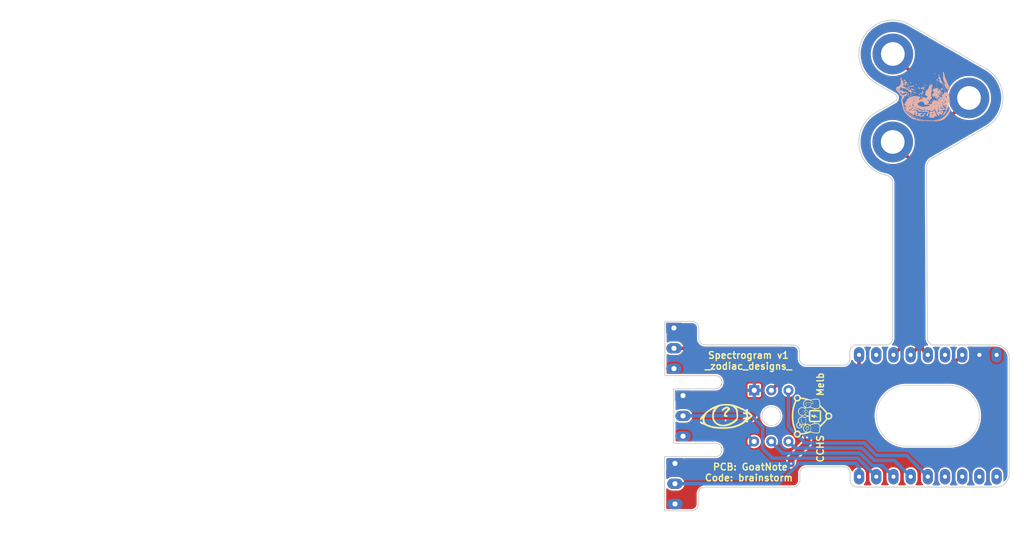
<source format=kicad_pcb>
(kicad_pcb (version 20240108) (generator "pcbnew") (generator_version "8.0")
  (layers (0 "F.Cu" signal) (31 "B.Cu" signal) (34 "B.Paste" user) (35 "F.Paste" user) (36 "B.SilkS" user "B.Silkscreen") (37 "F.SilkS" user "F.Silkscreen") (38 "B.Mask" user) (39 "F.Mask" user) (44 "Edge.Cuts" user))
  (net 0 "")
  (net 2 "Net-(U1-GPIO9)")
  (net 5 "Net-(D7-Din)")
  (net 7 "Net-(D7-5V)")
  (net 9 "Net-(U1-GPIO2)")
  (net 11 "Net-(U1-3.3V)")
  (net 12 "Net-(U1-GPIO3)")
  (net 13 "Net-(U1-GPIO4)")
  (net 14 "GND")
  (net 15 "Net-(U1-GPIO11)")
  (net 16 "Net-(U1-GPIO10)")
  (net 17 "Net-(D8-Din)")
  (net 18 "Net-(D9-Din)")
  (footprint "Waveshare_ESP32_S3_mini:LED strip ghost" (layer "F.Cu") (at 74.943747 65.174847)
    (property "Reference" "D7" (hide yes))
    (property "Value" "~")
    (pad "1" thru_hole rect (at 99.35 1) (size 2.286 1.524) (drill 0.75) (layers "*.Cu" "*.Mask") (net 14 "GND"))
    (pad "2" thru_hole roundrect (at 99.35 7) (size 2.286 1.524) (drill 0.75) (layers "*.Cu" "*.Mask") (roundrect_rratio 0.5) (net 7 "Net-(D7-5V)"))
    (pad "3" thru_hole roundrect (at 99.35 4) (size 2.286 1.524) (drill 0.75) (layers "*.Cu" "*.Mask") (roundrect_rratio 0.5) (net 5 "Net-(D7-Din)"))
  )
  (footprint "Waveshare_ESP32_S3_mini:Cap touch sensor" (layer "F.Cu") (at 217.901613 32.177876)
    (property "Reference" "U4" (hide yes))
    (property "Value" "~")
    (pad "1" thru_hole circle (at 0 0) (size 6 6) (drill 3.5) (layers "*.Cu" "*.Mask") (net 9 "Net-(U1-GPIO2)"))
  )
  (footprint "LOGO" (layer "F.Cu") (at 194.7 79.2 90)
    (property "Reference" "G***" (hide yes))
    (property "Value" "LOGO" (hide yes))
  )
  (footprint "Waveshare_ESP32_S3_mini:LED strip ghost" (layer "F.Cu") (at 75.093747 85.184847)
    (property "Reference" "D9" (hide yes))
    (property "Value" "~")
    (pad "1" thru_hole rect (at 99.35 1) (size 2.286 1.524) (drill 0.75) (layers "*.Cu" "*.Mask") (net 14 "GND"))
    (pad "2" thru_hole roundrect (at 99.35 7) (size 2.286 1.524) (drill 0.75) (layers "*.Cu" "*.Mask") (roundrect_rratio 0.5) (net 7 "Net-(D7-5V)"))
    (pad "3" thru_hole roundrect (at 99.35 4) (size 2.286 1.524) (drill 0.75) (layers "*.Cu" "*.Mask") (roundrect_rratio 0.5) (net 18 "Net-(D9-Din)"))
  )
  (footprint "Waveshare_ESP32_S3_mini:Cap touch sensor" (layer "F.Cu") (at 206.622835 38.677724)
    (property "Reference" "U3" (hide yes))
    (property "Value" "~")
    (pad "1" thru_hole circle (at 0 0) (size 6 6) (drill 3.5) (layers "*.Cu" "*.Mask") (net 13 "Net-(U1-GPIO4)"))
  )
  (footprint "Waveshare_ESP32_S3_mini:LED strip ghost" (layer "F.Cu") (at 76.283747 75.164847)
    (property "Reference" "D8" (hide yes))
    (property "Value" "~")
    (pad "1" thru_hole rect (at 99.35 1) (size 2.286 1.524) (drill 0.75) (layers "*.Cu" "*.Mask") (net 14 "GND"))
    (pad "2" thru_hole roundrect (at 99.35 7) (size 2.286 1.524) (drill 0.75) (layers "*.Cu" "*.Mask") (roundrect_rratio 0.5) (net 7 "Net-(D7-5V)"))
    (pad "3" thru_hole roundrect (at 99.35 4) (size 2.286 1.524) (drill 0.75) (layers "*.Cu" "*.Mask") (roundrect_rratio 0.5) (net 17 "Net-(D8-Din)"))
  )
  (footprint "Waveshare_ESP32_S3_mini:WS-ESP32-S3-Mini" (layer "F.Cu") (at 223.563747 70.144847 -90)
    (property "Reference" "U1" (hide yes))
    (property "Value" "~")
    (fp_line (start 4.5 14.875) (end 4.5 8.625) (stroke (width 0.1)) (layer "Edge.Cuts"))
    (fp_line (start 13.5 8.625) (end 13.5 14.875) (stroke (width 0.1)) (layer "Edge.Cuts"))
    (fp_arc (start 9 19.375) (mid 5.818019 18.056981) (end 4.5 14.875) (stroke (width 0.1)) (layer "Edge.Cuts"))
    (fp_arc (start 13.5 14.875) (mid 12.181981 18.056981) (end 9 19.375) (stroke (width 0.1)) (layer "Edge.Cuts"))
    (fp_arc (start 4.5 8.625) (mid 5.818019 5.443019) (end 9 4.125) (stroke (width 0.1)) (layer "Edge.Cuts"))
    (fp_arc (start 9 4.125) (mid 12.181981 5.443019) (end 13.5 8.625) (stroke (width 0.1)) (layer "Edge.Cuts"))
    (pad "1" thru_hole roundrect (at 0 1.59 270) (size 2.286 1.524) (drill 0.6) (layers "*.Cu" "*.Mask") (roundrect_rratio 0.5) (net 7 "Net-(D7-5V)"))
    (pad "2" thru_hole rect (at 0 4.13 270) (size 2.286 1.524) (drill 0.6) (layers "*.Cu" "*.Mask") (net 14 "GND"))
    (pad "3" thru_hole roundrect (at 0 6.67 270) (size 2.286 1.524) (drill 0.6) (layers "*.Cu" "*.Mask") (roundrect_rratio 0.5) (net 11 "Net-(U1-3.3V)"))
    (pad "4" thru_hole roundrect (at 0 9.21 270) (size 2.286 1.524) (drill 0.6) (layers "*.Cu" "*.Mask") (roundrect_rratio 0.5))
    (pad "5" thru_hole roundrect (at 0 11.75 270) (size 2.286 1.524) (drill 0.6) (layers "*.Cu" "*.Mask") (roundrect_rratio 0.5) (net 9 "Net-(U1-GPIO2)"))
    (pad "6" thru_hole roundrect (at 0 14.29 270) (size 2.286 1.524) (drill 0.6) (layers "*.Cu" "*.Mask") (roundrect_rratio 0.5) (net 12 "Net-(U1-GPIO3)"))
    (pad "7" thru_hole roundrect (at 0 16.83 270) (size 2.286 1.524) (drill 0.6) (layers "*.Cu" "*.Mask") (roundrect_rratio 0.5) (net 13 "Net-(U1-GPIO4)"))
    (pad "8" thru_hole roundrect (at 0 19.37 270) (size 2.286 1.524) (drill 0.6) (layers "*.Cu" "*.Mask") (roundrect_rratio 0.5))
    (pad "9" thru_hole roundrect (at 0 21.91 270) (size 2.286 1.524) (drill 0.6) (layers "*.Cu" "*.Mask") (roundrect_rratio 0.5) (net 5 "Net-(D7-Din)"))
    (pad "10" thru_hole roundrect (at 18 1.59 270) (size 2.286 1.524) (drill 0.6) (layers "*.Cu" "*.Mask") (roundrect_rratio 0.5))
    (pad "11" thru_hole roundrect (at 18 4.13 270) (size 2.286 1.524) (drill 0.6) (layers "*.Cu" "*.Mask") (roundrect_rratio 0.5))
    (pad "12" thru_hole roundrect (at 18 6.67 270) (size 2.286 1.524) (drill 0.6) (layers "*.Cu" "*.Mask") (roundrect_rratio 0.5))
    (pad "13" thru_hole roundrect (at 18 9.21 270) (size 2.286 1.524) (drill 0.6) (layers "*.Cu" "*.Mask") (roundrect_rratio 0.5))
    (pad "14" thru_hole roundrect (at 18 11.75 270) (size 2.286 1.524) (drill 0.6) (layers "*.Cu" "*.Mask") (roundrect_rratio 0.5) (net 15 "Net-(U1-GPIO11)"))
    (pad "15" thru_hole roundrect (at 18 14.29 270) (size 2.286 1.524) (drill 0.6) (layers "*.Cu" "*.Mask") (roundrect_rratio 0.5) (net 16 "Net-(U1-GPIO10)"))
    (pad "16" thru_hole roundrect (at 18 16.83 270) (size 2.286 1.524) (drill 0.6) (layers "*.Cu" "*.Mask") (roundrect_rratio 0.5) (net 2 "Net-(U1-GPIO9)"))
    (pad "17" thru_hole roundrect (at 18 19.37 270) (size 2.286 1.524) (drill 0.6) (layers "*.Cu" "*.Mask") (roundrect_rratio 0.5) (net 17 "Net-(D8-Din)"))
    (pad "18" thru_hole roundrect (at 18 21.91 270) (size 2.286 1.524) (drill 0.6) (layers "*.Cu" "*.Mask") (roundrect_rratio 0.5) (net 18 "Net-(D9-Din)"))
  )
  (footprint "LOGO" (layer "F.Cu") (at 181.933747 79.394847)
    (property "Reference" "G***" (hide yes))
    (property "Value" "LOGO" (hide yes))
  )
  (footprint "Waveshare_ESP32_S3_mini:Cap touch sensor" (layer "F.Cu") (at 206.643618 25.67809)
    (property "Reference" "U5" (hide yes))
    (property "Value" "~")
    (pad "1" thru_hole circle (at 0 0) (size 6 6) (drill 3.5) (layers "*.Cu" "*.Mask") (net 12 "Net-(U1-GPIO3)"))
  )
  (footprint "Waveshare_ESP32_S3_mini:INMP441" (layer "F.Cu") (at 188.683747 79.194847)
    (property "Reference" "U2" (hide yes))
    (property "Value" "~")
    (fp_circle (center 0 0) (end 1.4 0) (stroke (width 0.12)) (fill none) (layer "Edge.Cuts"))
    (pad "1" thru_hole rect (at -2.52 -3.81 270) (size 1.5 1.5) (drill 0.75) (layers "*.Cu" "*.Mask") (net 14 "GND"))
    (pad "2" thru_hole circle (at 0 -3.81 270) (size 1.5 1.5) (drill 0.75) (layers "*.Cu" "*.Mask") (net 11 "Net-(U1-3.3V)"))
    (pad "3" thru_hole circle (at 2.54 -3.81 270) (size 1.5 1.5) (drill 0.75) (layers "*.Cu" "*.Mask") (net 15 "Net-(U1-GPIO11)"))
    (pad "4" thru_hole circle (at -2.54 3.75 270) (size 1.5 1.5) (drill 0.75) (layers "*.Cu" "*.Mask") (net 14 "GND"))
    (pad "5" thru_hole circle (at 0 3.75 270) (size 1.5 1.5) (drill 0.75) (layers "*.Cu" "*.Mask") (net 2 "Net-(U1-GPIO9)"))
    (pad "6" thru_hole circle (at 2.54 3.75 270) (size 1.5 1.5) (drill 0.75) (layers "*.Cu" "*.Mask") (net 16 "Net-(U1-GPIO10)"))
  )
  (footprint "LOGO" (layer "B.Cu") (at 211.1 32.4 180)
    (property "Reference" "G***" (hide yes))
    (property "Value" "LOGO" (hide yes))
  )
  (gr_poly (pts (xy 206.808299 20.681112) (xy 206.971918 20.689921) (xy 207.134898 20.704059) (xy 207.297114 20.723494) (xy 207.458439 20.74819) (xy 207.618746 20.778112) (xy 207.77791 20.813227) (xy 207.935804 20.853499) (xy 208.092302 20.898895) (xy 208.247277 20.949378) (xy 208.400602 21.004916) (xy 208.552153 21.065473) (xy 208.701801 21.131015) (xy 208.849422 21.201507) (xy 208.994888 21.276915) (xy 209.138073 21.357203) (xy 209.144275 21.348201) (xy 220.4025 27.847529) (xy 220.54579 27.933466) (xy 220.685535 28.023729) (xy 220.821667 28.118203) (xy 220.954121 28.216774) (xy 221.082832 28.319329) (xy 221.207733 28.425754) (xy 221.328759 28.535935) (xy 221.445844 28.649758) (xy 221.558923 28.767109) (xy 221.667929 28.887874) (xy 221.772797 29.01194) (xy 221.87346 29.139192) (xy 221.969854 29.269516) (xy 222.061913 29.4028) (xy 222.14957 29.538928) (xy 222.23276 29.677787) (xy 222.311417 29.819263) (xy 222.385476 29.963242) (xy 222.45487 30.109611) (xy 222.519534 30.258254) (xy 222.579402 30.40906) (xy 222.634408 30.561913) (xy 222.684487 30.716699) (xy 222.729573 30.873306) (xy 222.769599 31.031618) (xy 222.804501 31.191523) (xy 222.834212 31.352905) (xy 222.858667 31.515652) (xy 222.877799 31.679649) (xy 222.891544 31.844783) (xy 222.899835 32.010939) (xy 222.902607 32.178004) (xy 222.891408 32.511413) (xy 222.858372 32.840717) (xy 222.804027 33.165003) (xy 222.7289 33.483359) (xy 222.633518 33.794874) (xy 222.518409 34.098633) (xy 222.3841 34.393726) (xy 222.231119 34.67924) (xy 222.059993 34.954263) (xy 221.87125 35.217882) (xy 221.665417 35.469185) (xy 221.443022 35.707259) (xy 221.204591 35.931193) (xy 220.950653 36.140074) (xy 220.681735 36.33299) (xy 220.398365 36.509028) (xy 220.398884 36.510036) (xy 212.351314 41.148005) (xy 212.309624 41.172962) (xy 212.268965 41.199178) (xy 212.229356 41.22662) (xy 212.190817 41.255255) (xy 212.153367 41.28505) (xy 212.117024 41.315972) (xy 212.081808 41.347987) (xy 212.047738 41.381063) (xy 212.014834 41.415166) (xy 211.983114 41.450263) (xy 211.952597 41.486322) (xy 211.923304 41.523308) (xy 211.895252 41.561189) (xy 211.868461 41.599932) (xy 211.842951 41.639503) (xy 211.81874 41.67987) (xy 211.795847 41.720998) (xy 211.774292 41.762856) (xy 211.754094 41.80541) (xy 211.735272 41.848626) (xy 211.717846 41.892472) (xy 211.701833 41.936915) (xy 211.687255 41.981921) (xy 211.674128 42.027457) (xy 211.662474 42.07349) (xy 211.652311 42.119987) (xy 211.643657 42.166915) (xy 211.636534 42.21424) (xy 211.630958 42.26193) (xy 211.62695 42.309952) (xy 211.624529 42.358271) (xy 211.623714 42.406856) (xy 211.624233 46.214381) (xy 211.722408 64.215861) (xy 211.722927 67.679225) (xy 211.724233 67.73068) (xy 211.728098 67.781459) (xy 211.734461 67.8315) (xy 211.743258 67.88074) (xy 211.754427 67.929116) (xy 211.767904 67.976565) (xy 211.783627 68.023024) (xy 211.801532 68.068431) (xy 211.821558 68.112723) (xy 211.843642 68.155837) (xy 211.86772 68.19771) (xy 211.89373 68.238279) (xy 211.921608 68.277482) (xy 211.951293 68.315256) (xy 211.982721 68.351537) (xy 212.01583 68.386264) (xy 212.050556 68.419373) (xy 212.086837 68.450801) (xy 212.124611 68.480486) (xy 212.163813 68.508365) (xy 212.204383 68.534374) (xy 212.246255 68.558452) (xy 212.289369 68.580536) (xy 212.33366 68.600562) (xy 212.379067 68.618467) (xy 212.425527 68.63419) (xy 212.472976 68.647667) (xy 212.521351 68.658835) (xy 212.570591 68.667631) (xy 212.620632 68.673994) (xy 212.671411 68.677859) (xy 212.722866 68.679164) (xy 221.841686 68.679164) (xy 221.944929 68.68176) (xy 222.046776 68.689467) (xy 222.147103 68.702159) (xy 222.245787 68.719712) (xy 222.342706 68.742001) (xy 222.437735 68.768902) (xy 222.530754 68.800289) (xy 222.621637 68.83604) (xy 222.710263 68.876028) (xy 222.796509 68.920129) (xy 222.880251 68.968219) (xy 222.961367 69.020174) (xy 223.039733 69.075867) (xy 223.115227 69.135176) (xy 223.187726 69.197975) (xy 223.257107 69.26414) (xy 223.290562 69.298416) (xy 223.323188 69.333485) (xy 223.354969 69.369333) (xy 223.385892 69.405943) (xy 223.415941 69.4433) (xy 223.4451 69.481391) (xy 223.473355 69.520199) (xy 223.50069 69.559709) (xy 223.527091 69.599906) (xy 223.552543 69.640775) (xy 223.577029 69.682301) (xy 223.600537 69.724469) (xy 223.623049 69.767264) (xy 223.644552 69.81067) (xy 223.665029 69.854673) (xy 223.684467 69.899257) (xy 223.684467 69.89976) (xy 223.702843 69.94489) (xy 223.720159 69.990588) (xy 223.736396 70.036831) (xy 223.751535 70.083598) (xy 223.765558 70.130866) (xy 223.778445 70.178611) (xy 223.790179 70.226813) (xy 223.800739 70.275447) (xy 223.800739 70.275966) (xy 223.8101 70.325012) (xy 223.818295 70.37445) (xy 223.825298 70.424275) (xy 223.831084 70.474483) (xy 223.835628 70.525068) (xy 223.838905 70.576026) (xy 223.840889 70.627352) (xy 223.841556 70.679042) (xy 223.841556 87.679561) (xy 223.838964 87.782777) (xy 223.831269 87.884603) (xy 223.818597 87.984916) (xy 223.801069 88.083592) (xy 223.77881 88.180508) (xy 223.751944 88.275539) (xy 223.720595 88.368561) (xy 223.684886 88.459452) (xy 223.644941 88.548086) (xy 223.600884 88.634341) (xy 223.552838 88.718093) (xy 223.500927 88.799218) (xy 223.445276 88.877591) (xy 223.386007 88.953091) (xy 223.323244 89.025591) (xy 223.257112 89.09497) (xy 223.187734 89.161102) (xy 223.115233 89.223865) (xy 223.039734 89.283135) (xy 222.96136 89.338787) (xy 222.880235 89.390698) (xy 222.796483 89.438745) (xy 222.710227 89.482803) (xy 222.621591 89.522749) (xy 222.530699 89.558459) (xy 222.437675 89.589809) (xy 222.342642 89.616675) (xy 222.245724 89.638935) (xy 222.147045 89.656463) (xy 222.046729 89.669136) (xy 221.944898 89.676831) (xy 221.841678 89.679423) (xy 201.34112 89.679423) (xy 201.289664 89.67812) (xy 201.238884 89.674256) (xy 201.188842 89.667895) (xy 201.139602 89.659099) (xy 201.091225 89.647932) (xy 201.043776 89.634456) (xy 200.997315 89.618735) (xy 200.951908 89.60083) (xy 200.907615 89.580805) (xy 200.864501 89.558722) (xy 200.822627 89.534645) (xy 200.782058 89.508636) (xy 200.742854 89.480757) (xy 200.705081 89.451073) (xy 200.668799 89.419645) (xy 200.634072 89.386537) (xy 200.600963 89.35181) (xy 200.569535 89.315529) (xy 200.53985 89.277756) (xy 200.511971 89.238553) (xy 200.485962 89.197984) (xy 200.461884 89.156111) (xy 200.439801 89.112998) (xy 200.419775 89.068706) (xy 200.40187 89.023299) (xy 200.386148 88.976839) (xy 200.372672 88.92939) (xy 200.361505 88.881015) (xy 200.352709 88.831775) (xy 200.346348 88.781734) (xy 200.342484 88.730954) (xy 200.341181 88.6795) (xy 200.341181 87.679561) (xy 200.339877 87.628104) (xy 200.336013 87.577324) (xy 200.329652 87.527282) (xy 200.320856 87.478041) (xy 200.309689 87.429664) (xy 200.296213 87.382214) (xy 200.280491 87.335754) (xy 200.262586 87.290346) (xy 200.24256 87.246053) (xy 200.220477 87.202939) (xy 200.1964 87.161065) (xy 200.17039 87.120495) (xy 200.142511 87.081292) (xy 200.112826 87.043519) (xy 200.081398 87.007237) (xy 200.048289 86.97251) (xy 200.013562 86.939402) (xy 199.977281 86.907973) (xy 199.939507 86.878289) (xy 199.900303 86.85041) (xy 199.859734 86.824401) (xy 199.81786 86.800323) (xy 199.774746 86.778241) (xy 199.730453 86.758215) (xy 199.685046 86.740311) (xy 199.638586 86.724589) (xy 199.591136 86.711113) (xy 199.542759 86.699946) (xy 199.493519 86.69115) (xy 199.443477 86.684789) (xy 199.392697 86.680926) (xy 199.341242 86.679622) (xy 193.893511 86.679622) (xy 193.842055 86.680927) (xy 193.791275 86.684792) (xy 193.741233 86.691154) (xy 193.691993 86.69995) (xy 193.643617 86.711118) (xy 193.596167 86.724594) (xy 193.549707 86.740317) (xy 193.504299 86.758222) (xy 193.460007 86.778247) (xy 193.416893 86.80033) (xy 193.375019 86.824408) (xy 193.33445 86.850417) (xy 193.295247 86.878295) (xy 193.257473 86.90798) (xy 193.221191 86.939408) (xy 193.186465 86.972516) (xy 193.153356 87.007242) (xy 193.121927 87.043523) (xy 193.092243 87.081297) (xy 193.064364 87.1205) (xy 193.038354 87.161069) (xy 193.014277 87.202942) (xy 192.992194 87.246056) (xy 192.972168 87.290348) (xy 192.954263 87.335755) (xy 192.938541 87.382215) (xy 192.925065 87.429665) (xy 192.913897 87.478041) (xy 192.905101 87.527282) (xy 192.89874 87.577324) (xy 192.894876 87.628104) (xy 192.893572 87.679561) (xy 192.893572 88.6795) (xy 192.892268 88.730956) (xy 192.888404 88.781736) (xy 192.882043 88.831778) (xy 192.873247 88.881019) (xy 192.86208 88.929395) (xy 192.848604 88.976845) (xy 192.832882 89.023305) (xy 192.814977 89.068712) (xy 192.794951 89.113004) (xy 192.772868 89.156118) (xy 192.748791 89.197991) (xy 192.722781 89.23856) (xy 192.694902 89.277762) (xy 192.665217 89.315536) (xy 192.633789 89.351816) (xy 192.60068 89.386542) (xy 192.565953 89.41965) (xy 192.529672 89.451078) (xy 192.491898 89.480762) (xy 192.452694 89.50864) (xy 192.412125 89.534648) (xy 192.370251 89.558725) (xy 192.327137 89.580807) (xy 192.282844 89.600832) (xy 192.237437 89.618736) (xy 192.190977 89.634458) (xy 192.143527 89.647933) (xy 192.09515 89.6591) (xy 192.04591 89.667895) (xy 191.995868 89.674256) (xy 191.945088 89.67812) (xy 191.893633 89.679423) (xy 178.898561 89.679423) (xy 178.847087 89.680729) (xy 178.796289 89.684597) (xy 178.74623 89.690964) (xy 178.696974 89.699766) (xy 178.648582 89.710941) (xy 178.601117 89.724427) (xy 178.554644 89.74016) (xy 178.509223 89.758077) (xy 178.464919 89.778115) (xy 178.421795 89.800212) (xy 178.379912 89.824305) (xy 178.339334 89.850331) (xy 178.300124 89.878226) (xy 178.262345 89.907928) (xy 178.226059 89.939375) (xy 178.191329 89.972503) (xy 178.158219 90.007249) (xy 178.126791 90.043551) (xy 178.097108 90.081345) (xy 178.069232 90.120569) (xy 178.043227 90.161159) (xy 178.019156 90.203054) (xy 177.997082 90.24619) (xy 177.977066 90.290503) (xy 177.959173 90.335933) (xy 177.943465 90.382414) (xy 177.930005 90.429885) (xy 177.918855 90.478283) (xy 177.910079 90.527544) (xy 177.90374 90.577606) (xy 177.8999 90.628406) (xy 177.898622 90.679881) (xy 177.898622 92.180049) (xy 177.897339 92.231521) (xy 177.893494 92.282319) (xy 177.887151 92.332378) (xy 177.878371 92.381637) (xy 177.867218 92.430032) (xy 177.853755 92.477501) (xy 177.838044 92.52398) (xy 177.820149 92.569407) (xy 177.800132 92.613719) (xy 177.778056 92.656853) (xy 177.753984 92.698746) (xy 177.727978 92.739335) (xy 177.700103 92.778558) (xy 177.670419 92.816351) (xy 177.638991 92.852651) (xy 177.605882 92.887397) (xy 177.571153 92.920524) (xy 177.534868 92.95197) (xy 177.49709 92.981672) (xy 177.457881 93.009568) (xy 177.417305 93.035593) (xy 177.375424 93.059686) (xy 177.332302 93.081784) (xy 177.288 93.101823) (xy 177.242582 93.119741) (xy 177.196111 93.135475) (xy 177.148649 93.148962) (xy 177.10026 93.160139) (xy 177.051006 93.168944) (xy 177.00095 93.175312) (xy 176.950155 93.179183) (xy 176.898683 93.180491) (xy 174.898805 93.180385) (xy 172.899961 93.179881) (xy 172.899961 85.179851) (xy 180.414232 85.179851) (xy 180.464978 85.178293) (xy 180.515051 85.174225) (xy 180.564389 85.167709) (xy 180.612931 85.158805) (xy 180.660616 85.147576) (xy 180.707382 85.134082) (xy 180.753167 85.118386) (xy 180.79791 85.100549) (xy 180.841549 85.080633) (xy 180.884023 85.058699) (xy 180.925271 85.034808) (xy 180.96523 85.009023) (xy 181.00384 84.981405) (xy 181.041038 84.952015) (xy 181.076764 84.920916) (xy 181.110956 84.888167) (xy 181.143552 84.853832) (xy 181.174491 84.817972) (xy 181.203711 84.780648) (xy 181.231151 84.741921) (xy 181.25675 84.701854) (xy 181.280445 84.660508) (xy 181.302175 84.617945) (xy 181.321879 84.574225) (xy 181.339495 84.529411) (xy 181.354962 84.483564) (xy 181.368218 84.436746) (xy 181.379202 84.389018) (xy 181.387852 84.340443) (xy 181.394107 84.29108) (xy 181.397905 84.240993) (xy 181.399185 84.190242) (xy 181.399185 84.16804) (xy 181.396835 84.118098) (xy 181.392054 84.068844) (xy 181.384904 84.020336) (xy 181.375443 83.972632) (xy 181.363731 83.925791) (xy 181.349828 83.879871) (xy 181.333792 83.83493) (xy 181.315684 83.791027) (xy 181.295564 83.74822) (xy 181.27349 83.706566) (xy 181.249522 83.666125) (xy 181.22372 83.626955) (xy 181.196144 83.589114) (xy 181.166852 83.55266) (xy 181.135905 83.517652) (xy 181.103362 83.484147) (xy 181.069283 83.452205) (xy 181.033727 83.421882) (xy 180.996754 83.393239) (xy 180.958423 83.366332) (xy 180.918794 83.341221) (xy 180.877926 83.317963) (xy 180.835879 83.296616) (xy 180.792713 83.27724) (xy 180.748487 83.259892) (xy 180.703261 83.244631) (xy 180.657094 83.231514) (xy 180.610046 83.220601) (xy 180.562176 83.211949) (xy 180.513544 83.205617) (xy 180.464209 83.201663) (xy 180.414232 83.200145) (xy 174.274038 83.200145) (xy 174.274038 75.179912) (xy 180.414232 75.179912) (xy 180.464209 75.178392) (xy 180.513542 75.174437) (xy 180.562174 75.168104) (xy 180.610043 75.159451) (xy 180.657091 75.148537) (xy 180.703258 75.13542) (xy 180.748484 75.120158) (xy 180.792709 75.10281) (xy 180.835875 75.083433) (xy 180.877922 75.062087) (xy 180.918789 75.038829) (xy 180.958419 75.013718) (xy 180.99675 74.986811) (xy 181.033723 74.958168) (xy 181.069279 74.927846) (xy 181.103359 74.895904) (xy 181.135902 74.862399) (xy 181.166849 74.827391) (xy 181.196141 74.790938) (xy 181.223718 74.753097) (xy 181.24952 74.713927) (xy 181.273488 74.673487) (xy 181.295562 74.631834) (xy 181.315683 74.589027) (xy 181.333791 74.545125) (xy 181.349827 74.500184) (xy 181.363731 74.454265) (xy 181.375443 74.407424) (xy 181.384904 74.359721) (xy 181.392054 74.311213) (xy 181.396835 74.261958) (xy 181.399185 74.212016) (xy 181.399185 74.189815) (xy 181.397905 74.139064) (xy 181.394107 74.088976) (xy 181.387852 74.039614) (xy 181.379202 73.991038) (xy 181.368218 73.94331) (xy 181.354962 73.896492) (xy 181.339495 73.850646) (xy 181.321879 73.805832) (xy 181.302175 73.762112) (xy 181.280445 73.719549) (xy 181.25675 73.678203) (xy 181.231151 73.638136) (xy 181.203711 73.59941) (xy 181.174491 73.562086) (xy 181.143552 73.526226) (xy 181.110956 73.491891) (xy 181.076764 73.459143) (xy 181.041038 73.428044) (xy 181.00384 73.398654) (xy 180.96523 73.371037) (xy 180.925271 73.345252) (xy 180.884023 73.321363) (xy 180.841549 73.299429) (xy 180.79791 73.279514) (xy 180.753167 73.261678) (xy 180.707382 73.245982) (xy 180.660616 73.23249) (xy 180.612931 73.221262) (xy 180.564389 73.212359) (xy 180.515051 73.205844) (xy 180.464978 73.201777) (xy 180.414232 73.200221) (xy 172.951637 73.200221) (xy 172.951637 65.200191) (xy 176.950876 65.200191) (xy 177.002332 65.201496) (xy 177.053112 65.205361) (xy 177.103154 65.211723) (xy 177.152394 65.22052) (xy 177.200771 65.231688) (xy 177.248221 65.245165) (xy 177.294681 65.260887) (xy 177.340089 65.278793) (xy 177.384381 65.298819) (xy 177.427495 65.320902) (xy 177.469369 65.34498) (xy 177.509939 65.37099) (xy 177.549142 65.398869) (xy 177.586916 65.428554) (xy 177.623197 65.459982) (xy 177.657924 65.493091) (xy 177.691033 65.527817) (xy 177.722461 65.564099) (xy 177.752146 65.601872) (xy 177.780025 65.641075) (xy 177.806034 65.681644) (xy 177.830112 65.723517) (xy 177.852195 65.766631) (xy 177.87222 65.810923) (xy 177.890125 65.85633) (xy 177.905847 65.90279) (xy 177.919323 65.950239) (xy 177.930491 65.998615) (xy 177.939286 66.047854) (xy 177.945647 66.097895) (xy 177.949511 66.148675) (xy 177.950815 66.20013) (xy 177.950815 67.679622) (xy 177.952119 67.731078) (xy 177.955983 67.781859) (xy 177.962345 67.831901) (xy 177.971141 67.881142) (xy 177.98231 67.929518) (xy 177.995787 67.976969) (xy 178.01151 68.023429) (xy 178.029416 68.068837) (xy 178.049443 68.113129) (xy 178.071528 68.156244) (xy 178.095607 68.198117) (xy 178.121618 68.238687) (xy 178.149498 68.27789) (xy 178.179185 68.315664) (xy 178.210614 68.351945) (xy 178.243724 68.386672) (xy 178.278452 68.419781) (xy 178.314735 68.451209) (xy 178.352509 68.480894) (xy 178.391713 68.508772) (xy 178.432283 68.534781) (xy 178.474156 68.558859) (xy 178.51727 68.580942) (xy 178.561562 68.600967) (xy 178.606969 68.618872) (xy 178.653428 68.634594) (xy 178.700876 68.648069) (xy 178.74925 68.659236) (xy 178.798488 68.668032) (xy 178.848526 68.674393) (xy 178.899303 68.678257) (xy 178.950754 68.679561) (xy 190.748998 68.679561) (xy 191.84144 68.679057) (xy 191.892895 68.680361) (xy 191.943676 68.684225) (xy 191.993717 68.690586) (xy 192.042958 68.699381) (xy 192.091334 68.710548) (xy 192.138784 68.724024) (xy 192.185244 68.739746) (xy 192.230652 68.757651) (xy 192.274944 68.777676) (xy 192.318059 68.799759) (xy 192.359932 68.823836) (xy 192.400502 68.849846) (xy 192.439705 68.877724) (xy 192.477479 68.907409) (xy 192.513761 68.938837) (xy 192.548487 68.971946) (xy 192.581596 69.006672) (xy 192.613025 69.042954) (xy 192.64271 69.080728) (xy 192.670588 69.119931) (xy 192.696598 69.160501) (xy 192.720676 69.202374) (xy 192.742759 69.245489) (xy 192.762784 69.289781) (xy 192.780689 69.335189) (xy 192.796411 69.381649) (xy 192.809887 69.429099) (xy 192.821054 69.477476) (xy 192.82985 69.526717) (xy 192.836211 69.576759) (xy 192.840075 69.62754) (xy 192.841379 69.678996) (xy 192.841379 70.679439) (xy 192.842686 70.730892) (xy 192.846553 70.78167) (xy 192.852917 70.831709) (xy 192.861715 70.880948) (xy 192.872885 70.929322) (xy 192.886362 70.97677) (xy 192.902086 71.023228) (xy 192.919992 71.068634) (xy 192.940019 71.112925) (xy 192.962103 71.156038) (xy 192.986181 71.19791) (xy 193.012191 71.238478) (xy 193.04007 71.27768) (xy 193.069755 71.315453) (xy 193.101183 71.351734) (xy 193.134292 71.38646) (xy 193.169018 71.419569) (xy 193.205299 71.450997) (xy 193.243072 71.480682) (xy 193.282275 71.508561) (xy 193.322843 71.534571) (xy 193.364715 71.558649) (xy 193.407828 71.580733) (xy 193.452119 71.60076) (xy 193.497526 71.618667) (xy 193.543984 71.634391) (xy 193.591432 71.647869) (xy 193.639807 71.659039) (xy 193.689046 71.667838) (xy 193.739086 71.674202) (xy 193.789864 71.67807) (xy 193.841318 71.679378) (xy 199.28853 71.679378) (xy 199.340018 71.678085) (xy 199.39083 71.67423) (xy 199.440903 71.667876) (xy 199.490175 71.659084) (xy 199.538582 71.647919) (xy 199.586062 71.634442) (xy 199.632552 71.618718) (xy 199.677989 71.600808) (xy 199.722309 71.580776) (xy 199.765451 71.558684) (xy 199.807351 71.534596) (xy 199.847946 71.508574) (xy 199.887174 71.480681) (xy 199.924971 71.45098) (xy 199.961274 71.419535) (xy 199.996022 71.386407) (xy 200.029149 71.35166) (xy 200.060595 71.315357) (xy 200.090296 71.27756) (xy 200.118189 71.238333) (xy 200.144211 71.197738) (xy 200.168299 71.155838) (xy 200.190391 71.112697) (xy 200.210423 71.068377) (xy 200.228333 71.02294) (xy 200.244057 70.976451) (xy 200.257533 70.928971) (xy 200.268698 70.880564) (xy 200.277489 70.831292) (xy 200.283843 70.781219) (xy 200.287697 70.730407) (xy 200.288988 70.67892) (xy 200.288988 69.679713) (xy 200.290289 69.628244) (xy 200.294151 69.577451) (xy 200.300511 69.527396) (xy 200.309307 69.478142) (xy 200.320474 69.429753) (xy 200.333951 69.38229) (xy 200.349675 69.335817) (xy 200.367582 69.290397) (xy 200.387611 69.246092) (xy 200.409697 69.202966) (xy 200.433779 69.161081) (xy 200.459793 69.120499) (xy 200.487677 69.081285) (xy 200.517368 69.0435) (xy 200.548803 69.007207) (xy 200.581918 68.97247) (xy 200.616653 68.939351) (xy 200.652942 68.907913) (xy 200.690725 68.878219) (xy 200.729937 68.850331) (xy 200.770516 68.824313) (xy 200.812399 68.800227) (xy 200.855524 68.778137) (xy 200.899827 68.758104) (xy 200.945245 68.740192) (xy 200.991717 68.724464) (xy 201.039178 68.710982) (xy 201.087567 68.69981) (xy 201.13682 68.691009) (xy 201.186874 68.684644) (xy 201.237668 68.680776) (xy 201.289137 68.679469) (xy 205.622509 68.679057) (xy 205.673982 68.677775) (xy 205.724781 68.673932) (xy 205.774842 68.667589) (xy 205.824102 68.65881) (xy 205.872498 68.647658) (xy 205.919968 68.634195) (xy 205.966449 68.618485) (xy 206.011877 68.60059) (xy 206.05619 68.580573) (xy 206.099325 68.558497) (xy 206.141218 68.534425) (xy 206.181808 68.50842) (xy 206.221032 68.480544) (xy 206.258826 68.450861) (xy 206.295127 68.419433) (xy 206.329873 68.386323) (xy 206.363001 68.351594) (xy 206.394447 68.315309) (xy 206.42415 68.27753) (xy 206.452045 68.238321) (xy 206.478071 68.197745) (xy 206.502164 68.155864) (xy 206.524262 68.112741) (xy 206.544301 68.068438) (xy 206.562219 68.02302) (xy 206.577953 67.976548) (xy 206.59144 67.929086) (xy 206.602617 67.880696) (xy 206.611421 67.831442) (xy 206.617789 67.781385) (xy 206.621658 67.73059) (xy 206.622966 67.679118) (xy 206.622966 44.678981) (xy 206.62165 44.627548) (xy 206.617746 44.576828) (xy 206.61132 44.526859) (xy 206.60244 44.47768) (xy 206.591172 44.429331) (xy 206.577585 44.381851) (xy 206.561744 44.335278) (xy 206.543717 44.289653) (xy 206.52357 44.245013) (xy 206.50137 44.201399) (xy 206.477186 44.158848) (xy 206.451082 44.117401) (xy 206.423127 44.077097) (xy 206.393387 44.037973) (xy 206.36193 44.000071) (xy 206.328822 43.963428) (xy 206.29413 43.928083) (xy 206.257921 43.894077) (xy 206.181221 43.830233) (xy 206.099257 43.77221) (xy 206.012566 43.720321) (xy 205.921681 43.674877) (xy 205.82714 43.636192) (xy 205.729478 43.604578) (xy 205.62923 43.580348) (xy 205.416607 43.532614) (xy 205.207504 43.475957) (xy 205.002132 43.410588) (xy 204.800702 43.336719) (xy 204.603428 43.254563) (xy 204.410521 43.16433) (xy 204.222192 43.066234) (xy 204.038653 42.960485) (xy 203.860118 42.847296) (xy 203.686796 42.726879) (xy 203.5189 42.599445) (xy 203.356642 42.465207) (xy 203.200235 42.324377) (xy 203.049888 42.177165) (xy 202.905816 42.023785) (xy 202.768228 41.864448) (xy 202.637339 41.699365) (xy 202.513358 41.52875) (xy 202.396498 41.352813) (xy 202.286971 41.171768) (xy 202.184988 40.985824) (xy 202.090763 40.795195) (xy 202.004505 40.600093) (xy 201.926428 40.400729) (xy 201.856743 40.197315) (xy 201.795662 39.990063) (xy 201.743397 39.779185) (xy 201.70016 39.564893) (xy 201.666162 39.347398) (xy 201.641616 39.126914) (xy 201.626733 38.903651) (xy 201.621725 38.677821) (xy 201.622244 38.613734) (xy 201.637427 38.283751) (xy 201.674071 37.957978) (xy 201.731642 37.637306) (xy 201.809609 37.322621) (xy 201.907437 37.014814) (xy 202.024594 36.714773) (xy 202.160546 36.423387) (xy 202.314762 36.141543) (xy 202.486707 35.870132) (xy 202.675849 35.610042) (xy 202.881655 35.36216) (xy 203.103591 35.127378) (xy 203.341125 34.906581) (xy 203.593724 34.700661) (xy 203.860855 34.510504) (xy 204.141985 34.337001) (xy 206.98109 32.700923) (xy 207.018007 32.677979) (xy 207.052544 32.653099) (xy 207.0847 32.626412) (xy 207.114476 32.598046) (xy 207.141872 32.568131) (xy 207.166888 32.536796) (xy 207.189523 32.50417) (xy 207.209778 32.470381) (xy 207.227652 32.435559) (xy 207.243146 32.399833) (xy 207.256259 32.363332) (xy 207.266992 32.326185) (xy 207.275343 32.28852) (xy 207.281314 32.250467) (xy 207.284904 32.212155) (xy 207.286113 32.173713) (xy 207.284942 32.135269) (xy 207.281389 32.096954) (xy 207.275454 32.058895) (xy 207.267139 32.021222) (xy 207.256443 31.984064) (xy 207.243365 31.94755) (xy 207.227906 31.911809) (xy 207.210065 31.87697) (xy 207.189843 31.843161) (xy 207.167239 31.810513) (xy 207.142254 31.779153) (xy 207.114887 31.749212) (xy 207.085138 31.720817) (xy 207.053008 31.694098) (xy 207.018496 31.669185) (xy 206.981601 31.646205) (xy 204.144052 30.008052) (xy 204.149751 29.998042) (xy 204.006543 29.912417) (xy 203.866865 29.822474) (xy 203.730784 29.728325) (xy 203.598363 29.630083) (xy 203.469671 29.527862) (xy 203.344772 29.421776) (xy 203.223731 29.311937) (xy 203.106615 29.19846) (xy 202.993489 29.081456) (xy 202.884419 28.96104) (xy 202.779471 28.837325) (xy 202.678709 28.710424) (xy 202.582201 28.580451) (xy 202.490011 28.447518) (xy 202.402206 28.311739) (xy 202.318851 28.173228) (xy 202.240011 28.032098) (xy 202.165753 27.888462) (xy 202.096141 27.742433) (xy 202.031243 27.594124) (xy 201.971123 27.44365) (xy 201.915847 27.291123) (xy 201.86548 27.136656) (xy 201.820089 26.980364) (xy 201.77974 26.822359) (xy 201.744497 26.662754) (xy 201.714426 26.501663) (xy 201.689594 26.339199) (xy 201.670066 26.175476) (xy 201.655907 26.010606) (xy 201.647183 25.844704) (xy 201.643961 25.677882) (xy 201.650456 25.420569) (xy 201.669757 25.166634) (xy 201.701547 24.916391) (xy 201.745512 24.670154) (xy 201.80134 24.428237) (xy 201.868715 24.190955) (xy 201.947323 23.958621) (xy 202.036849 23.73155) (xy 202.136981 23.510057) (xy 202.247403 23.294454) (xy 202.367801 23.085057) (xy 202.497861 22.88218) (xy 202.637269 22.686137) (xy 202.78571 22.497242) (xy 202.942871 22.31581) (xy 203.108437 22.142154) (xy 203.282093 21.976589) (xy 203.463526 21.819428) (xy 203.652422 21.670987) (xy 203.848466 21.53158) (xy 204.051343 21.40152) (xy 204.260741 21.281122) (xy 204.476344 21.1707) (xy 204.697838 21.070568) (xy 204.924909 20.981041) (xy 205.157243 20.902432) (xy 205.394525 20.835056) (xy 205.636442 20.779228) (xy 205.882679 20.735261) (xy 206.132922 20.703469) (xy 206.386857 20.684167) (xy 206.644169 20.677669)) (stroke (width 0.15) (color 0 0 255 1)) (fill none) (layer "Edge.Cuts"))
  (gr_text "CCHS" (at 196.516253 86.148456 90) (layer "F.SilkS") (effects (font (size 1 1) (thickness 0.2) (bold yes)) (justify left bottom)))
  (gr_text "Spectrogram v1\n_zodiac_designs_\n" (at 185.3 72.4 0) (layer "F.SilkS") (effects (font (size 1 1) (thickness 0.2) (bold yes)) (justify bottom)))
  (gr_text "Melb" (at 196.516253 76.348456 90) (layer "F.SilkS") (effects (font (size 1 1) (thickness 0.2) (bold yes)) (justify left bottom)))
  (gr_text "PCB: GoatNote \nCode: brainstorm" (at 191.976191 88.9 0) (layer "F.SilkS") (effects (font (size 1 1) (thickness 0.2) (bold yes)) (justify right bottom)))
  (segment (start 201.771758 84.662198) (end 203.611407 86.501847) (width 0.5) (layer "B.Cu") (net 2))
  (segment (start 188.683747 83.004847) (end 190.341098 84.662198) (width 0.5) (layer "B.Cu") (net 2))
  (segment (start 190.341098 84.662198) (end 201.771758 84.662198) (width 0.5) (layer "B.Cu") (net 2))
  (segment (start 205.090747 86.501847) (end 206.733747 88.144847) (width 0.5) (layer "B.Cu") (net 2))
  (segment (start 203.611407 86.501847) (end 205.090747 86.501847) (width 0.5) (layer "B.Cu") (net 2))
  (segment (start 193.219395 72.185532) (end 190.213248 69.179385) (width 0.5) (layer "F.Cu") (net 5))
  (segment (start 190.213248 69.179385) (end 174.298285 69.179385) (width 0.5) (layer "F.Cu") (net 5))
  (segment (start 201.653747 70.144847) (end 201.653747 71.646253) (width 0.5) (layer "F.Cu") (net 5))
  (segment (start 174.298285 69.179385) (end 174.293747 69.174847) (width 0.5) (layer "F.Cu") (net 5))
  (segment (start 201.114468 72.185532) (end 193.219395 72.185532) (width 0.5) (layer "F.Cu") (net 5))
  (segment (start 201.653747 71.646253) (end 201.114468 72.185532) (width 0.5) (layer "F.Cu") (net 5))
  (segment (start 211 69.3311) (end 211 39.079489) (width 0.5) (layer "F.Cu") (net 9))
  (segment (start 211.813747 70.144847) (end 211 69.3311) (width 0.5) (layer "F.Cu") (net 9))
  (segment (start 211 39.079489) (end 217.901613 32.177876) (width 0.5) (layer "F.Cu") (net 9))
  (segment (start 215.238594 71.8) (end 202.56066 71.8) (width 0.5) (layer "F.Cu") (net 11))
  (segment (start 202.56066 71.8) (end 201.425128 72.935532) (width 0.5) (layer "F.Cu") (net 11))
  (segment (start 201.425128 72.935532) (end 191.133062 72.935532) (width 0.5) (layer "F.Cu") (net 11))
  (segment (start 216.893747 70.144847) (end 215.238594 71.8) (width 0.5) (layer "F.Cu") (net 11))
  (segment (start 191.133062 72.935532) (end 188.683747 75.384847) (width 0.5) (layer "F.Cu") (net 11))
  (segment (start 210.25 69.168594) (end 210.25 29.284472) (width 0.5) (layer "F.Cu") (net 12))
  (segment (start 209.273747 70.144847) (end 210.25 69.168594) (width 0.5) (layer "F.Cu") (net 12))
  (segment (start 210.25 29.284472) (end 206.643618 25.67809) (width 0.5) (layer "F.Cu") (net 12))
  (segment (start 206.733747 70.144847) (end 209.5 67.378594) (width 0.5) (layer "F.Cu") (net 13))
  (segment (start 209.5 41.554889) (end 206.622835 38.677724) (width 0.5) (layer "F.Cu") (net 13))
  (segment (start 209.5 67.378594) (end 209.5 41.554889) (width 0.5) (layer "F.Cu") (net 13))
  (segment (start 193.975623 82.344252) (end 193.975623 83.174377) (width 1) (layer "F.Cu") (net 14))
  (segment (start 191.617092 85.532908) (end 191.617092 86.212198) (width 1) (layer "F.Cu") (net 14))
  (segment (start 185.1 79.990686) (end 185.945343 79.145343) (width 1) (layer "F.Cu") (net 14))
  (segment (start 193.975623 83.174377) (end 191.617092 85.532908) (width 1) (layer "F.Cu") (net 14))
  (segment (start 185.945343 79.145343) (end 185.1 78.3) (width 1) (layer "F.Cu") (net 14))
  (via (at 191.617092 86.212198) (size 0.6) (drill 0.3) (layers "F.Cu" "B.Cu") (net 14))
  (via (at 185.1 79.990686) (size 0.6) (drill 0.3) (layers "F.Cu" "B.Cu") (net 14))
  (via (at 193.975623 82.344252) (size 0.6) (drill 0.3) (layers "F.Cu" "B.Cu") (net 14))
  (via (at 185.1 78.3) (size 0.6) (drill 0.3) (layers "F.Cu" "B.Cu") (net 14))
  (segment (start 202.393078 83.162198) (end 193.662198 83.162198) (width 0.5) (layer "B.Cu") (net 15))
  (segment (start 204.232727 85.001847) (end 202.393078 83.162198) (width 0.5) (layer "B.Cu") (net 15))
  (segment (start 211.813747 88.144847) (end 208.670747 85.001847) (width 0.5) (layer "B.Cu") (net 15))
  (segment (start 208.670747 85.001847) (end 204.232727 85.001847) (width 0.5) (layer "B.Cu") (net 15))
  (segment (start 193.662198 83.162198) (end 191.223747 80.723747) (width 0.5) (layer "B.Cu") (net 15))
  (segment (start 191.223747 80.723747) (end 191.223747 75.384847) (width 0.5) (layer "B.Cu") (net 15))
  (segment (start 206.880747 85.751847) (end 209.273747 88.144847) (width 0.5) (layer "B.Cu") (net 16))
  (segment (start 203.922067 85.751847) (end 206.880747 85.751847) (width 0.5) (layer "B.Cu") (net 16))
  (segment (start 192.191098 83.912198) (end 202.082418 83.912198) (width 0.5) (layer "B.Cu") (net 16))
  (segment (start 191.223747 82.944847) (end 192.191098 83.912198) (width 0.5) (layer "B.Cu") (net 16))
  (segment (start 202.082418 83.912198) (end 203.922067 85.751847) (width 0.5) (layer "B.Cu") (net 16))
  (segment (start 185.75 79.15) (end 187.4 80.8) (width 0.5) (layer "B.Cu") (net 17))
  (segment (start 188.812198 85.412198) (end 201.461098 85.412198) (width 0.5) (layer "B.Cu") (net 17))
  (segment (start 201.461098 85.412198) (end 204.193747 88.144847) (width 0.5) (layer "B.Cu") (net 17))
  (segment (start 187.4 80.8) (end 187.4 84) (width 0.5) (layer "B.Cu") (net 17))
  (segment (start 175.648594 79.15) (end 185.75 79.15) (width 0.5) (layer "B.Cu") (net 17))
  (segment (start 175.633747 79.164847) (end 175.648594 79.15) (width 0.5) (layer "B.Cu") (net 17))
  (segment (start 187.4 84) (end 188.812198 85.412198) (width 0.5) (layer "B.Cu") (net 17))
  (segment (start 174.449334 89.17926) (end 174.443747 89.184847) (width 0.5) (layer "B.Cu") (net 18))
  (segment (start 201.653747 88.144847) (end 201.653747 86.665507) (width 0.5) (layer "B.Cu") (net 18))
  (segment (start 201.150438 86.162198) (end 192.798462 86.162198) (width 0.5) (layer "B.Cu") (net 18))
  (segment (start 192.798462 86.162198) (end 189.781525 89.179135) (width 0.5) (layer "B.Cu") (net 18))
  (segment (start 179.09831 89.17926) (end 174.449334 89.17926) (width 0.5) (layer "B.Cu") (net 18))
  (segment (start 201.653747 86.665507) (end 201.150438 86.162198) (width 0.5) (layer "B.Cu") (net 18))
  (segment (start 189.781525 89.179135) (end 179.09831 89.17926) (width 0.5) (layer "B.Cu") (net 18))
  (zone (net 0) (net_name "") (layer "F.Cu") (name "keep out") (connect_pads (clearance 0)) (min_thickness 0.25)
    (keepout (tracks allowed) (vias allowed) (pads allowed) (copperpour not_allowed) (footprints allowed))
    (fill (thermal_gap 0.5) (thermal_bridge_width 0.5))
    (polygon (pts (xy 198.8 70.247824) (xy 213.05 70.3) (xy 213.05 61.65) (xy 225.45 36.9) (xy 224.5 25.85) (xy 207.6 17.9) (xy 198.35 18.5)))
  )
  (zone (net 7) (net_name "Net-(D7-5V)") (layer "F.Cu") (connect_pads (clearance 0.25)) (min_thickness 0.25) (fill yes (thermal_gap 0.5) (thermal_bridge_width 0.5))
    (polygon (pts (xy 172.883747 63.275528) (xy 224.183747 63.144847) (xy 224.183747 97.144847) (xy 172.883747 97.185528)))
  )
  (zone (net 0) (net_name "") (layers "F&B.Cu") (connect_pads (clearance 0)) (min_thickness 0.25)
    (keepout (tracks allowed) (vias allowed) (pads allowed) (copperpour not_allowed) (footprints allowed))
    (fill (thermal_gap 0.5) (thermal_bridge_width 0.5) (island_removal_mode 1) (island_area_min 10))
    (polygon (pts (xy 170.683747 73.965528) (xy 174.163747 73.965528) (xy 174.193747 73.995528) (xy 174.193747 84.325528) (xy 170.833747 84.325528) (xy 170.683747 84.175528)))
  )
  (zone (net 14) (net_name "GND") (layer "B.Cu") (priority 1) (connect_pads (clearance 0.25)) (min_thickness 0.25) (fill yes (thermal_gap 0.5) (thermal_bridge_width 0.5))
    (polygon (pts (xy 172.9 63.2) (xy 172.8 97.2) (xy 224.4 97.2) (xy 224.4 62.9) (xy 172.9 62.9)))
  )
  (zone (net 14) (net_name "GND") (layer "B.Cu") (name "s") (priority 2) (connect_pads (clearance 0.25)) (min_thickness 0.25) (fill yes (thermal_gap 0.5) (thermal_bridge_width 0.5) (island_removal_mode 1) (island_area_min 10))
    (polygon (pts (xy 197.1 17.7) (xy 226.05 20.9) (xy 222.6 47.5) (xy 211.9 70.2) (xy 198.4 70.4)))
  )
)
</source>
